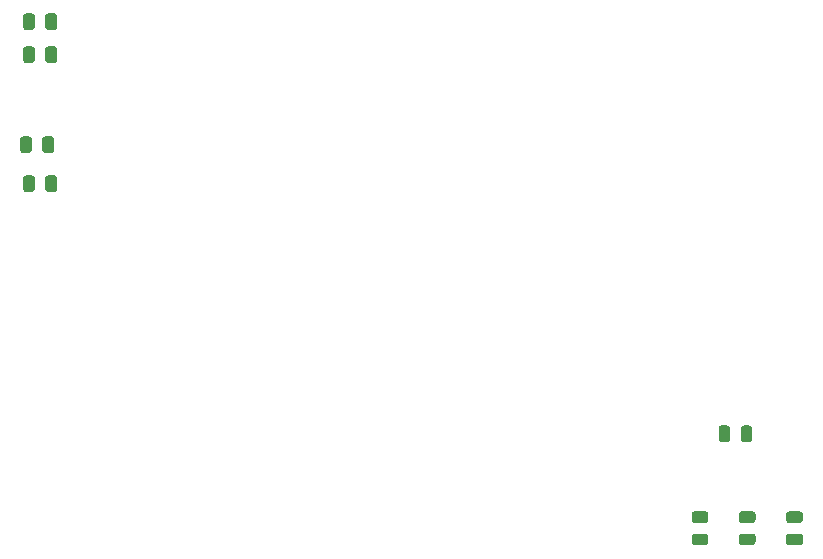
<source format=gbr>
G04 #@! TF.GenerationSoftware,KiCad,Pcbnew,5.1.5+dfsg1-2build2*
G04 #@! TF.CreationDate,2021-06-11T08:21:22+01:00*
G04 #@! TF.ProjectId,pak_breakout,70616b5f-6272-4656-916b-6f75742e6b69,rev?*
G04 #@! TF.SameCoordinates,Original*
G04 #@! TF.FileFunction,Paste,Bot*
G04 #@! TF.FilePolarity,Positive*
%FSLAX46Y46*%
G04 Gerber Fmt 4.6, Leading zero omitted, Abs format (unit mm)*
G04 Created by KiCad (PCBNEW 5.1.5+dfsg1-2build2) date 2021-06-11 08:21:22*
%MOMM*%
%LPD*%
G04 APERTURE LIST*
%ADD10C,0.100000*%
G04 APERTURE END LIST*
D10*
G36*
X340452142Y-228409174D02*
G01*
X340475803Y-228412684D01*
X340499007Y-228418496D01*
X340521529Y-228426554D01*
X340543153Y-228436782D01*
X340563670Y-228449079D01*
X340582883Y-228463329D01*
X340600607Y-228479393D01*
X340616671Y-228497117D01*
X340630921Y-228516330D01*
X340643218Y-228536847D01*
X340653446Y-228558471D01*
X340661504Y-228580993D01*
X340667316Y-228604197D01*
X340670826Y-228627858D01*
X340672000Y-228651750D01*
X340672000Y-229564250D01*
X340670826Y-229588142D01*
X340667316Y-229611803D01*
X340661504Y-229635007D01*
X340653446Y-229657529D01*
X340643218Y-229679153D01*
X340630921Y-229699670D01*
X340616671Y-229718883D01*
X340600607Y-229736607D01*
X340582883Y-229752671D01*
X340563670Y-229766921D01*
X340543153Y-229779218D01*
X340521529Y-229789446D01*
X340499007Y-229797504D01*
X340475803Y-229803316D01*
X340452142Y-229806826D01*
X340428250Y-229808000D01*
X339940750Y-229808000D01*
X339916858Y-229806826D01*
X339893197Y-229803316D01*
X339869993Y-229797504D01*
X339847471Y-229789446D01*
X339825847Y-229779218D01*
X339805330Y-229766921D01*
X339786117Y-229752671D01*
X339768393Y-229736607D01*
X339752329Y-229718883D01*
X339738079Y-229699670D01*
X339725782Y-229679153D01*
X339715554Y-229657529D01*
X339707496Y-229635007D01*
X339701684Y-229611803D01*
X339698174Y-229588142D01*
X339697000Y-229564250D01*
X339697000Y-228651750D01*
X339698174Y-228627858D01*
X339701684Y-228604197D01*
X339707496Y-228580993D01*
X339715554Y-228558471D01*
X339725782Y-228536847D01*
X339738079Y-228516330D01*
X339752329Y-228497117D01*
X339768393Y-228479393D01*
X339786117Y-228463329D01*
X339805330Y-228449079D01*
X339825847Y-228436782D01*
X339847471Y-228426554D01*
X339869993Y-228418496D01*
X339893197Y-228412684D01*
X339916858Y-228409174D01*
X339940750Y-228408000D01*
X340428250Y-228408000D01*
X340452142Y-228409174D01*
G37*
G36*
X342327142Y-228409174D02*
G01*
X342350803Y-228412684D01*
X342374007Y-228418496D01*
X342396529Y-228426554D01*
X342418153Y-228436782D01*
X342438670Y-228449079D01*
X342457883Y-228463329D01*
X342475607Y-228479393D01*
X342491671Y-228497117D01*
X342505921Y-228516330D01*
X342518218Y-228536847D01*
X342528446Y-228558471D01*
X342536504Y-228580993D01*
X342542316Y-228604197D01*
X342545826Y-228627858D01*
X342547000Y-228651750D01*
X342547000Y-229564250D01*
X342545826Y-229588142D01*
X342542316Y-229611803D01*
X342536504Y-229635007D01*
X342528446Y-229657529D01*
X342518218Y-229679153D01*
X342505921Y-229699670D01*
X342491671Y-229718883D01*
X342475607Y-229736607D01*
X342457883Y-229752671D01*
X342438670Y-229766921D01*
X342418153Y-229779218D01*
X342396529Y-229789446D01*
X342374007Y-229797504D01*
X342350803Y-229803316D01*
X342327142Y-229806826D01*
X342303250Y-229808000D01*
X341815750Y-229808000D01*
X341791858Y-229806826D01*
X341768197Y-229803316D01*
X341744993Y-229797504D01*
X341722471Y-229789446D01*
X341700847Y-229779218D01*
X341680330Y-229766921D01*
X341661117Y-229752671D01*
X341643393Y-229736607D01*
X341627329Y-229718883D01*
X341613079Y-229699670D01*
X341600782Y-229679153D01*
X341590554Y-229657529D01*
X341582496Y-229635007D01*
X341576684Y-229611803D01*
X341573174Y-229588142D01*
X341572000Y-229564250D01*
X341572000Y-228651750D01*
X341573174Y-228627858D01*
X341576684Y-228604197D01*
X341582496Y-228580993D01*
X341590554Y-228558471D01*
X341600782Y-228536847D01*
X341613079Y-228516330D01*
X341627329Y-228497117D01*
X341643393Y-228479393D01*
X341661117Y-228463329D01*
X341680330Y-228449079D01*
X341700847Y-228436782D01*
X341722471Y-228426554D01*
X341744993Y-228418496D01*
X341768197Y-228412684D01*
X341791858Y-228409174D01*
X341815750Y-228408000D01*
X342303250Y-228408000D01*
X342327142Y-228409174D01*
G37*
G36*
X340198142Y-238823174D02*
G01*
X340221803Y-238826684D01*
X340245007Y-238832496D01*
X340267529Y-238840554D01*
X340289153Y-238850782D01*
X340309670Y-238863079D01*
X340328883Y-238877329D01*
X340346607Y-238893393D01*
X340362671Y-238911117D01*
X340376921Y-238930330D01*
X340389218Y-238950847D01*
X340399446Y-238972471D01*
X340407504Y-238994993D01*
X340413316Y-239018197D01*
X340416826Y-239041858D01*
X340418000Y-239065750D01*
X340418000Y-239978250D01*
X340416826Y-240002142D01*
X340413316Y-240025803D01*
X340407504Y-240049007D01*
X340399446Y-240071529D01*
X340389218Y-240093153D01*
X340376921Y-240113670D01*
X340362671Y-240132883D01*
X340346607Y-240150607D01*
X340328883Y-240166671D01*
X340309670Y-240180921D01*
X340289153Y-240193218D01*
X340267529Y-240203446D01*
X340245007Y-240211504D01*
X340221803Y-240217316D01*
X340198142Y-240220826D01*
X340174250Y-240222000D01*
X339686750Y-240222000D01*
X339662858Y-240220826D01*
X339639197Y-240217316D01*
X339615993Y-240211504D01*
X339593471Y-240203446D01*
X339571847Y-240193218D01*
X339551330Y-240180921D01*
X339532117Y-240166671D01*
X339514393Y-240150607D01*
X339498329Y-240132883D01*
X339484079Y-240113670D01*
X339471782Y-240093153D01*
X339461554Y-240071529D01*
X339453496Y-240049007D01*
X339447684Y-240025803D01*
X339444174Y-240002142D01*
X339443000Y-239978250D01*
X339443000Y-239065750D01*
X339444174Y-239041858D01*
X339447684Y-239018197D01*
X339453496Y-238994993D01*
X339461554Y-238972471D01*
X339471782Y-238950847D01*
X339484079Y-238930330D01*
X339498329Y-238911117D01*
X339514393Y-238893393D01*
X339532117Y-238877329D01*
X339551330Y-238863079D01*
X339571847Y-238850782D01*
X339593471Y-238840554D01*
X339615993Y-238832496D01*
X339639197Y-238826684D01*
X339662858Y-238823174D01*
X339686750Y-238822000D01*
X340174250Y-238822000D01*
X340198142Y-238823174D01*
G37*
G36*
X342073142Y-238823174D02*
G01*
X342096803Y-238826684D01*
X342120007Y-238832496D01*
X342142529Y-238840554D01*
X342164153Y-238850782D01*
X342184670Y-238863079D01*
X342203883Y-238877329D01*
X342221607Y-238893393D01*
X342237671Y-238911117D01*
X342251921Y-238930330D01*
X342264218Y-238950847D01*
X342274446Y-238972471D01*
X342282504Y-238994993D01*
X342288316Y-239018197D01*
X342291826Y-239041858D01*
X342293000Y-239065750D01*
X342293000Y-239978250D01*
X342291826Y-240002142D01*
X342288316Y-240025803D01*
X342282504Y-240049007D01*
X342274446Y-240071529D01*
X342264218Y-240093153D01*
X342251921Y-240113670D01*
X342237671Y-240132883D01*
X342221607Y-240150607D01*
X342203883Y-240166671D01*
X342184670Y-240180921D01*
X342164153Y-240193218D01*
X342142529Y-240203446D01*
X342120007Y-240211504D01*
X342096803Y-240217316D01*
X342073142Y-240220826D01*
X342049250Y-240222000D01*
X341561750Y-240222000D01*
X341537858Y-240220826D01*
X341514197Y-240217316D01*
X341490993Y-240211504D01*
X341468471Y-240203446D01*
X341446847Y-240193218D01*
X341426330Y-240180921D01*
X341407117Y-240166671D01*
X341389393Y-240150607D01*
X341373329Y-240132883D01*
X341359079Y-240113670D01*
X341346782Y-240093153D01*
X341336554Y-240071529D01*
X341328496Y-240049007D01*
X341322684Y-240025803D01*
X341319174Y-240002142D01*
X341318000Y-239978250D01*
X341318000Y-239065750D01*
X341319174Y-239041858D01*
X341322684Y-239018197D01*
X341328496Y-238994993D01*
X341336554Y-238972471D01*
X341346782Y-238950847D01*
X341359079Y-238930330D01*
X341373329Y-238911117D01*
X341389393Y-238893393D01*
X341407117Y-238877329D01*
X341426330Y-238863079D01*
X341446847Y-238850782D01*
X341468471Y-238840554D01*
X341490993Y-238832496D01*
X341514197Y-238826684D01*
X341537858Y-238823174D01*
X341561750Y-238822000D01*
X342049250Y-238822000D01*
X342073142Y-238823174D01*
G37*
G36*
X340452142Y-242125174D02*
G01*
X340475803Y-242128684D01*
X340499007Y-242134496D01*
X340521529Y-242142554D01*
X340543153Y-242152782D01*
X340563670Y-242165079D01*
X340582883Y-242179329D01*
X340600607Y-242195393D01*
X340616671Y-242213117D01*
X340630921Y-242232330D01*
X340643218Y-242252847D01*
X340653446Y-242274471D01*
X340661504Y-242296993D01*
X340667316Y-242320197D01*
X340670826Y-242343858D01*
X340672000Y-242367750D01*
X340672000Y-243280250D01*
X340670826Y-243304142D01*
X340667316Y-243327803D01*
X340661504Y-243351007D01*
X340653446Y-243373529D01*
X340643218Y-243395153D01*
X340630921Y-243415670D01*
X340616671Y-243434883D01*
X340600607Y-243452607D01*
X340582883Y-243468671D01*
X340563670Y-243482921D01*
X340543153Y-243495218D01*
X340521529Y-243505446D01*
X340499007Y-243513504D01*
X340475803Y-243519316D01*
X340452142Y-243522826D01*
X340428250Y-243524000D01*
X339940750Y-243524000D01*
X339916858Y-243522826D01*
X339893197Y-243519316D01*
X339869993Y-243513504D01*
X339847471Y-243505446D01*
X339825847Y-243495218D01*
X339805330Y-243482921D01*
X339786117Y-243468671D01*
X339768393Y-243452607D01*
X339752329Y-243434883D01*
X339738079Y-243415670D01*
X339725782Y-243395153D01*
X339715554Y-243373529D01*
X339707496Y-243351007D01*
X339701684Y-243327803D01*
X339698174Y-243304142D01*
X339697000Y-243280250D01*
X339697000Y-242367750D01*
X339698174Y-242343858D01*
X339701684Y-242320197D01*
X339707496Y-242296993D01*
X339715554Y-242274471D01*
X339725782Y-242252847D01*
X339738079Y-242232330D01*
X339752329Y-242213117D01*
X339768393Y-242195393D01*
X339786117Y-242179329D01*
X339805330Y-242165079D01*
X339825847Y-242152782D01*
X339847471Y-242142554D01*
X339869993Y-242134496D01*
X339893197Y-242128684D01*
X339916858Y-242125174D01*
X339940750Y-242124000D01*
X340428250Y-242124000D01*
X340452142Y-242125174D01*
G37*
G36*
X342327142Y-242125174D02*
G01*
X342350803Y-242128684D01*
X342374007Y-242134496D01*
X342396529Y-242142554D01*
X342418153Y-242152782D01*
X342438670Y-242165079D01*
X342457883Y-242179329D01*
X342475607Y-242195393D01*
X342491671Y-242213117D01*
X342505921Y-242232330D01*
X342518218Y-242252847D01*
X342528446Y-242274471D01*
X342536504Y-242296993D01*
X342542316Y-242320197D01*
X342545826Y-242343858D01*
X342547000Y-242367750D01*
X342547000Y-243280250D01*
X342545826Y-243304142D01*
X342542316Y-243327803D01*
X342536504Y-243351007D01*
X342528446Y-243373529D01*
X342518218Y-243395153D01*
X342505921Y-243415670D01*
X342491671Y-243434883D01*
X342475607Y-243452607D01*
X342457883Y-243468671D01*
X342438670Y-243482921D01*
X342418153Y-243495218D01*
X342396529Y-243505446D01*
X342374007Y-243513504D01*
X342350803Y-243519316D01*
X342327142Y-243522826D01*
X342303250Y-243524000D01*
X341815750Y-243524000D01*
X341791858Y-243522826D01*
X341768197Y-243519316D01*
X341744993Y-243513504D01*
X341722471Y-243505446D01*
X341700847Y-243495218D01*
X341680330Y-243482921D01*
X341661117Y-243468671D01*
X341643393Y-243452607D01*
X341627329Y-243434883D01*
X341613079Y-243415670D01*
X341600782Y-243395153D01*
X341590554Y-243373529D01*
X341582496Y-243351007D01*
X341576684Y-243327803D01*
X341573174Y-243304142D01*
X341572000Y-243280250D01*
X341572000Y-242367750D01*
X341573174Y-242343858D01*
X341576684Y-242320197D01*
X341582496Y-242296993D01*
X341590554Y-242274471D01*
X341600782Y-242252847D01*
X341613079Y-242232330D01*
X341627329Y-242213117D01*
X341643393Y-242195393D01*
X341661117Y-242179329D01*
X341680330Y-242165079D01*
X341700847Y-242152782D01*
X341722471Y-242142554D01*
X341744993Y-242134496D01*
X341768197Y-242128684D01*
X341791858Y-242125174D01*
X341815750Y-242124000D01*
X342303250Y-242124000D01*
X342327142Y-242125174D01*
G37*
G36*
X340452142Y-231203174D02*
G01*
X340475803Y-231206684D01*
X340499007Y-231212496D01*
X340521529Y-231220554D01*
X340543153Y-231230782D01*
X340563670Y-231243079D01*
X340582883Y-231257329D01*
X340600607Y-231273393D01*
X340616671Y-231291117D01*
X340630921Y-231310330D01*
X340643218Y-231330847D01*
X340653446Y-231352471D01*
X340661504Y-231374993D01*
X340667316Y-231398197D01*
X340670826Y-231421858D01*
X340672000Y-231445750D01*
X340672000Y-232358250D01*
X340670826Y-232382142D01*
X340667316Y-232405803D01*
X340661504Y-232429007D01*
X340653446Y-232451529D01*
X340643218Y-232473153D01*
X340630921Y-232493670D01*
X340616671Y-232512883D01*
X340600607Y-232530607D01*
X340582883Y-232546671D01*
X340563670Y-232560921D01*
X340543153Y-232573218D01*
X340521529Y-232583446D01*
X340499007Y-232591504D01*
X340475803Y-232597316D01*
X340452142Y-232600826D01*
X340428250Y-232602000D01*
X339940750Y-232602000D01*
X339916858Y-232600826D01*
X339893197Y-232597316D01*
X339869993Y-232591504D01*
X339847471Y-232583446D01*
X339825847Y-232573218D01*
X339805330Y-232560921D01*
X339786117Y-232546671D01*
X339768393Y-232530607D01*
X339752329Y-232512883D01*
X339738079Y-232493670D01*
X339725782Y-232473153D01*
X339715554Y-232451529D01*
X339707496Y-232429007D01*
X339701684Y-232405803D01*
X339698174Y-232382142D01*
X339697000Y-232358250D01*
X339697000Y-231445750D01*
X339698174Y-231421858D01*
X339701684Y-231398197D01*
X339707496Y-231374993D01*
X339715554Y-231352471D01*
X339725782Y-231330847D01*
X339738079Y-231310330D01*
X339752329Y-231291117D01*
X339768393Y-231273393D01*
X339786117Y-231257329D01*
X339805330Y-231243079D01*
X339825847Y-231230782D01*
X339847471Y-231220554D01*
X339869993Y-231212496D01*
X339893197Y-231206684D01*
X339916858Y-231203174D01*
X339940750Y-231202000D01*
X340428250Y-231202000D01*
X340452142Y-231203174D01*
G37*
G36*
X342327142Y-231203174D02*
G01*
X342350803Y-231206684D01*
X342374007Y-231212496D01*
X342396529Y-231220554D01*
X342418153Y-231230782D01*
X342438670Y-231243079D01*
X342457883Y-231257329D01*
X342475607Y-231273393D01*
X342491671Y-231291117D01*
X342505921Y-231310330D01*
X342518218Y-231330847D01*
X342528446Y-231352471D01*
X342536504Y-231374993D01*
X342542316Y-231398197D01*
X342545826Y-231421858D01*
X342547000Y-231445750D01*
X342547000Y-232358250D01*
X342545826Y-232382142D01*
X342542316Y-232405803D01*
X342536504Y-232429007D01*
X342528446Y-232451529D01*
X342518218Y-232473153D01*
X342505921Y-232493670D01*
X342491671Y-232512883D01*
X342475607Y-232530607D01*
X342457883Y-232546671D01*
X342438670Y-232560921D01*
X342418153Y-232573218D01*
X342396529Y-232583446D01*
X342374007Y-232591504D01*
X342350803Y-232597316D01*
X342327142Y-232600826D01*
X342303250Y-232602000D01*
X341815750Y-232602000D01*
X341791858Y-232600826D01*
X341768197Y-232597316D01*
X341744993Y-232591504D01*
X341722471Y-232583446D01*
X341700847Y-232573218D01*
X341680330Y-232560921D01*
X341661117Y-232546671D01*
X341643393Y-232530607D01*
X341627329Y-232512883D01*
X341613079Y-232493670D01*
X341600782Y-232473153D01*
X341590554Y-232451529D01*
X341582496Y-232429007D01*
X341576684Y-232405803D01*
X341573174Y-232382142D01*
X341572000Y-232358250D01*
X341572000Y-231445750D01*
X341573174Y-231421858D01*
X341576684Y-231398197D01*
X341582496Y-231374993D01*
X341590554Y-231352471D01*
X341600782Y-231330847D01*
X341613079Y-231310330D01*
X341627329Y-231291117D01*
X341643393Y-231273393D01*
X341661117Y-231257329D01*
X341680330Y-231243079D01*
X341700847Y-231230782D01*
X341722471Y-231220554D01*
X341744993Y-231212496D01*
X341768197Y-231206684D01*
X341791858Y-231203174D01*
X341815750Y-231202000D01*
X342303250Y-231202000D01*
X342327142Y-231203174D01*
G37*
G36*
X401480142Y-272451174D02*
G01*
X401503803Y-272454684D01*
X401527007Y-272460496D01*
X401549529Y-272468554D01*
X401571153Y-272478782D01*
X401591670Y-272491079D01*
X401610883Y-272505329D01*
X401628607Y-272521393D01*
X401644671Y-272539117D01*
X401658921Y-272558330D01*
X401671218Y-272578847D01*
X401681446Y-272600471D01*
X401689504Y-272622993D01*
X401695316Y-272646197D01*
X401698826Y-272669858D01*
X401700000Y-272693750D01*
X401700000Y-273181250D01*
X401698826Y-273205142D01*
X401695316Y-273228803D01*
X401689504Y-273252007D01*
X401681446Y-273274529D01*
X401671218Y-273296153D01*
X401658921Y-273316670D01*
X401644671Y-273335883D01*
X401628607Y-273353607D01*
X401610883Y-273369671D01*
X401591670Y-273383921D01*
X401571153Y-273396218D01*
X401549529Y-273406446D01*
X401527007Y-273414504D01*
X401503803Y-273420316D01*
X401480142Y-273423826D01*
X401456250Y-273425000D01*
X400543750Y-273425000D01*
X400519858Y-273423826D01*
X400496197Y-273420316D01*
X400472993Y-273414504D01*
X400450471Y-273406446D01*
X400428847Y-273396218D01*
X400408330Y-273383921D01*
X400389117Y-273369671D01*
X400371393Y-273353607D01*
X400355329Y-273335883D01*
X400341079Y-273316670D01*
X400328782Y-273296153D01*
X400318554Y-273274529D01*
X400310496Y-273252007D01*
X400304684Y-273228803D01*
X400301174Y-273205142D01*
X400300000Y-273181250D01*
X400300000Y-272693750D01*
X400301174Y-272669858D01*
X400304684Y-272646197D01*
X400310496Y-272622993D01*
X400318554Y-272600471D01*
X400328782Y-272578847D01*
X400341079Y-272558330D01*
X400355329Y-272539117D01*
X400371393Y-272521393D01*
X400389117Y-272505329D01*
X400408330Y-272491079D01*
X400428847Y-272478782D01*
X400450471Y-272468554D01*
X400472993Y-272460496D01*
X400496197Y-272454684D01*
X400519858Y-272451174D01*
X400543750Y-272450000D01*
X401456250Y-272450000D01*
X401480142Y-272451174D01*
G37*
G36*
X401480142Y-270576174D02*
G01*
X401503803Y-270579684D01*
X401527007Y-270585496D01*
X401549529Y-270593554D01*
X401571153Y-270603782D01*
X401591670Y-270616079D01*
X401610883Y-270630329D01*
X401628607Y-270646393D01*
X401644671Y-270664117D01*
X401658921Y-270683330D01*
X401671218Y-270703847D01*
X401681446Y-270725471D01*
X401689504Y-270747993D01*
X401695316Y-270771197D01*
X401698826Y-270794858D01*
X401700000Y-270818750D01*
X401700000Y-271306250D01*
X401698826Y-271330142D01*
X401695316Y-271353803D01*
X401689504Y-271377007D01*
X401681446Y-271399529D01*
X401671218Y-271421153D01*
X401658921Y-271441670D01*
X401644671Y-271460883D01*
X401628607Y-271478607D01*
X401610883Y-271494671D01*
X401591670Y-271508921D01*
X401571153Y-271521218D01*
X401549529Y-271531446D01*
X401527007Y-271539504D01*
X401503803Y-271545316D01*
X401480142Y-271548826D01*
X401456250Y-271550000D01*
X400543750Y-271550000D01*
X400519858Y-271548826D01*
X400496197Y-271545316D01*
X400472993Y-271539504D01*
X400450471Y-271531446D01*
X400428847Y-271521218D01*
X400408330Y-271508921D01*
X400389117Y-271494671D01*
X400371393Y-271478607D01*
X400355329Y-271460883D01*
X400341079Y-271441670D01*
X400328782Y-271421153D01*
X400318554Y-271399529D01*
X400310496Y-271377007D01*
X400304684Y-271353803D01*
X400301174Y-271330142D01*
X400300000Y-271306250D01*
X400300000Y-270818750D01*
X400301174Y-270794858D01*
X400304684Y-270771197D01*
X400310496Y-270747993D01*
X400318554Y-270725471D01*
X400328782Y-270703847D01*
X400341079Y-270683330D01*
X400355329Y-270664117D01*
X400371393Y-270646393D01*
X400389117Y-270630329D01*
X400408330Y-270616079D01*
X400428847Y-270603782D01*
X400450471Y-270593554D01*
X400472993Y-270585496D01*
X400496197Y-270579684D01*
X400519858Y-270576174D01*
X400543750Y-270575000D01*
X401456250Y-270575000D01*
X401480142Y-270576174D01*
G37*
G36*
X397480142Y-270576174D02*
G01*
X397503803Y-270579684D01*
X397527007Y-270585496D01*
X397549529Y-270593554D01*
X397571153Y-270603782D01*
X397591670Y-270616079D01*
X397610883Y-270630329D01*
X397628607Y-270646393D01*
X397644671Y-270664117D01*
X397658921Y-270683330D01*
X397671218Y-270703847D01*
X397681446Y-270725471D01*
X397689504Y-270747993D01*
X397695316Y-270771197D01*
X397698826Y-270794858D01*
X397700000Y-270818750D01*
X397700000Y-271306250D01*
X397698826Y-271330142D01*
X397695316Y-271353803D01*
X397689504Y-271377007D01*
X397681446Y-271399529D01*
X397671218Y-271421153D01*
X397658921Y-271441670D01*
X397644671Y-271460883D01*
X397628607Y-271478607D01*
X397610883Y-271494671D01*
X397591670Y-271508921D01*
X397571153Y-271521218D01*
X397549529Y-271531446D01*
X397527007Y-271539504D01*
X397503803Y-271545316D01*
X397480142Y-271548826D01*
X397456250Y-271550000D01*
X396543750Y-271550000D01*
X396519858Y-271548826D01*
X396496197Y-271545316D01*
X396472993Y-271539504D01*
X396450471Y-271531446D01*
X396428847Y-271521218D01*
X396408330Y-271508921D01*
X396389117Y-271494671D01*
X396371393Y-271478607D01*
X396355329Y-271460883D01*
X396341079Y-271441670D01*
X396328782Y-271421153D01*
X396318554Y-271399529D01*
X396310496Y-271377007D01*
X396304684Y-271353803D01*
X396301174Y-271330142D01*
X396300000Y-271306250D01*
X396300000Y-270818750D01*
X396301174Y-270794858D01*
X396304684Y-270771197D01*
X396310496Y-270747993D01*
X396318554Y-270725471D01*
X396328782Y-270703847D01*
X396341079Y-270683330D01*
X396355329Y-270664117D01*
X396371393Y-270646393D01*
X396389117Y-270630329D01*
X396408330Y-270616079D01*
X396428847Y-270603782D01*
X396450471Y-270593554D01*
X396472993Y-270585496D01*
X396496197Y-270579684D01*
X396519858Y-270576174D01*
X396543750Y-270575000D01*
X397456250Y-270575000D01*
X397480142Y-270576174D01*
G37*
G36*
X397480142Y-272451174D02*
G01*
X397503803Y-272454684D01*
X397527007Y-272460496D01*
X397549529Y-272468554D01*
X397571153Y-272478782D01*
X397591670Y-272491079D01*
X397610883Y-272505329D01*
X397628607Y-272521393D01*
X397644671Y-272539117D01*
X397658921Y-272558330D01*
X397671218Y-272578847D01*
X397681446Y-272600471D01*
X397689504Y-272622993D01*
X397695316Y-272646197D01*
X397698826Y-272669858D01*
X397700000Y-272693750D01*
X397700000Y-273181250D01*
X397698826Y-273205142D01*
X397695316Y-273228803D01*
X397689504Y-273252007D01*
X397681446Y-273274529D01*
X397671218Y-273296153D01*
X397658921Y-273316670D01*
X397644671Y-273335883D01*
X397628607Y-273353607D01*
X397610883Y-273369671D01*
X397591670Y-273383921D01*
X397571153Y-273396218D01*
X397549529Y-273406446D01*
X397527007Y-273414504D01*
X397503803Y-273420316D01*
X397480142Y-273423826D01*
X397456250Y-273425000D01*
X396543750Y-273425000D01*
X396519858Y-273423826D01*
X396496197Y-273420316D01*
X396472993Y-273414504D01*
X396450471Y-273406446D01*
X396428847Y-273396218D01*
X396408330Y-273383921D01*
X396389117Y-273369671D01*
X396371393Y-273353607D01*
X396355329Y-273335883D01*
X396341079Y-273316670D01*
X396328782Y-273296153D01*
X396318554Y-273274529D01*
X396310496Y-273252007D01*
X396304684Y-273228803D01*
X396301174Y-273205142D01*
X396300000Y-273181250D01*
X396300000Y-272693750D01*
X396301174Y-272669858D01*
X396304684Y-272646197D01*
X396310496Y-272622993D01*
X396318554Y-272600471D01*
X396328782Y-272578847D01*
X396341079Y-272558330D01*
X396355329Y-272539117D01*
X396371393Y-272521393D01*
X396389117Y-272505329D01*
X396408330Y-272491079D01*
X396428847Y-272478782D01*
X396450471Y-272468554D01*
X396472993Y-272460496D01*
X396496197Y-272454684D01*
X396519858Y-272451174D01*
X396543750Y-272450000D01*
X397456250Y-272450000D01*
X397480142Y-272451174D01*
G37*
G36*
X405480142Y-270576174D02*
G01*
X405503803Y-270579684D01*
X405527007Y-270585496D01*
X405549529Y-270593554D01*
X405571153Y-270603782D01*
X405591670Y-270616079D01*
X405610883Y-270630329D01*
X405628607Y-270646393D01*
X405644671Y-270664117D01*
X405658921Y-270683330D01*
X405671218Y-270703847D01*
X405681446Y-270725471D01*
X405689504Y-270747993D01*
X405695316Y-270771197D01*
X405698826Y-270794858D01*
X405700000Y-270818750D01*
X405700000Y-271306250D01*
X405698826Y-271330142D01*
X405695316Y-271353803D01*
X405689504Y-271377007D01*
X405681446Y-271399529D01*
X405671218Y-271421153D01*
X405658921Y-271441670D01*
X405644671Y-271460883D01*
X405628607Y-271478607D01*
X405610883Y-271494671D01*
X405591670Y-271508921D01*
X405571153Y-271521218D01*
X405549529Y-271531446D01*
X405527007Y-271539504D01*
X405503803Y-271545316D01*
X405480142Y-271548826D01*
X405456250Y-271550000D01*
X404543750Y-271550000D01*
X404519858Y-271548826D01*
X404496197Y-271545316D01*
X404472993Y-271539504D01*
X404450471Y-271531446D01*
X404428847Y-271521218D01*
X404408330Y-271508921D01*
X404389117Y-271494671D01*
X404371393Y-271478607D01*
X404355329Y-271460883D01*
X404341079Y-271441670D01*
X404328782Y-271421153D01*
X404318554Y-271399529D01*
X404310496Y-271377007D01*
X404304684Y-271353803D01*
X404301174Y-271330142D01*
X404300000Y-271306250D01*
X404300000Y-270818750D01*
X404301174Y-270794858D01*
X404304684Y-270771197D01*
X404310496Y-270747993D01*
X404318554Y-270725471D01*
X404328782Y-270703847D01*
X404341079Y-270683330D01*
X404355329Y-270664117D01*
X404371393Y-270646393D01*
X404389117Y-270630329D01*
X404408330Y-270616079D01*
X404428847Y-270603782D01*
X404450471Y-270593554D01*
X404472993Y-270585496D01*
X404496197Y-270579684D01*
X404519858Y-270576174D01*
X404543750Y-270575000D01*
X405456250Y-270575000D01*
X405480142Y-270576174D01*
G37*
G36*
X405480142Y-272451174D02*
G01*
X405503803Y-272454684D01*
X405527007Y-272460496D01*
X405549529Y-272468554D01*
X405571153Y-272478782D01*
X405591670Y-272491079D01*
X405610883Y-272505329D01*
X405628607Y-272521393D01*
X405644671Y-272539117D01*
X405658921Y-272558330D01*
X405671218Y-272578847D01*
X405681446Y-272600471D01*
X405689504Y-272622993D01*
X405695316Y-272646197D01*
X405698826Y-272669858D01*
X405700000Y-272693750D01*
X405700000Y-273181250D01*
X405698826Y-273205142D01*
X405695316Y-273228803D01*
X405689504Y-273252007D01*
X405681446Y-273274529D01*
X405671218Y-273296153D01*
X405658921Y-273316670D01*
X405644671Y-273335883D01*
X405628607Y-273353607D01*
X405610883Y-273369671D01*
X405591670Y-273383921D01*
X405571153Y-273396218D01*
X405549529Y-273406446D01*
X405527007Y-273414504D01*
X405503803Y-273420316D01*
X405480142Y-273423826D01*
X405456250Y-273425000D01*
X404543750Y-273425000D01*
X404519858Y-273423826D01*
X404496197Y-273420316D01*
X404472993Y-273414504D01*
X404450471Y-273406446D01*
X404428847Y-273396218D01*
X404408330Y-273383921D01*
X404389117Y-273369671D01*
X404371393Y-273353607D01*
X404355329Y-273335883D01*
X404341079Y-273316670D01*
X404328782Y-273296153D01*
X404318554Y-273274529D01*
X404310496Y-273252007D01*
X404304684Y-273228803D01*
X404301174Y-273205142D01*
X404300000Y-273181250D01*
X404300000Y-272693750D01*
X404301174Y-272669858D01*
X404304684Y-272646197D01*
X404310496Y-272622993D01*
X404318554Y-272600471D01*
X404328782Y-272578847D01*
X404341079Y-272558330D01*
X404355329Y-272539117D01*
X404371393Y-272521393D01*
X404389117Y-272505329D01*
X404408330Y-272491079D01*
X404428847Y-272478782D01*
X404450471Y-272468554D01*
X404472993Y-272460496D01*
X404496197Y-272454684D01*
X404519858Y-272451174D01*
X404543750Y-272450000D01*
X405456250Y-272450000D01*
X405480142Y-272451174D01*
G37*
G36*
X399330142Y-263301174D02*
G01*
X399353803Y-263304684D01*
X399377007Y-263310496D01*
X399399529Y-263318554D01*
X399421153Y-263328782D01*
X399441670Y-263341079D01*
X399460883Y-263355329D01*
X399478607Y-263371393D01*
X399494671Y-263389117D01*
X399508921Y-263408330D01*
X399521218Y-263428847D01*
X399531446Y-263450471D01*
X399539504Y-263472993D01*
X399545316Y-263496197D01*
X399548826Y-263519858D01*
X399550000Y-263543750D01*
X399550000Y-264456250D01*
X399548826Y-264480142D01*
X399545316Y-264503803D01*
X399539504Y-264527007D01*
X399531446Y-264549529D01*
X399521218Y-264571153D01*
X399508921Y-264591670D01*
X399494671Y-264610883D01*
X399478607Y-264628607D01*
X399460883Y-264644671D01*
X399441670Y-264658921D01*
X399421153Y-264671218D01*
X399399529Y-264681446D01*
X399377007Y-264689504D01*
X399353803Y-264695316D01*
X399330142Y-264698826D01*
X399306250Y-264700000D01*
X398818750Y-264700000D01*
X398794858Y-264698826D01*
X398771197Y-264695316D01*
X398747993Y-264689504D01*
X398725471Y-264681446D01*
X398703847Y-264671218D01*
X398683330Y-264658921D01*
X398664117Y-264644671D01*
X398646393Y-264628607D01*
X398630329Y-264610883D01*
X398616079Y-264591670D01*
X398603782Y-264571153D01*
X398593554Y-264549529D01*
X398585496Y-264527007D01*
X398579684Y-264503803D01*
X398576174Y-264480142D01*
X398575000Y-264456250D01*
X398575000Y-263543750D01*
X398576174Y-263519858D01*
X398579684Y-263496197D01*
X398585496Y-263472993D01*
X398593554Y-263450471D01*
X398603782Y-263428847D01*
X398616079Y-263408330D01*
X398630329Y-263389117D01*
X398646393Y-263371393D01*
X398664117Y-263355329D01*
X398683330Y-263341079D01*
X398703847Y-263328782D01*
X398725471Y-263318554D01*
X398747993Y-263310496D01*
X398771197Y-263304684D01*
X398794858Y-263301174D01*
X398818750Y-263300000D01*
X399306250Y-263300000D01*
X399330142Y-263301174D01*
G37*
G36*
X401205142Y-263301174D02*
G01*
X401228803Y-263304684D01*
X401252007Y-263310496D01*
X401274529Y-263318554D01*
X401296153Y-263328782D01*
X401316670Y-263341079D01*
X401335883Y-263355329D01*
X401353607Y-263371393D01*
X401369671Y-263389117D01*
X401383921Y-263408330D01*
X401396218Y-263428847D01*
X401406446Y-263450471D01*
X401414504Y-263472993D01*
X401420316Y-263496197D01*
X401423826Y-263519858D01*
X401425000Y-263543750D01*
X401425000Y-264456250D01*
X401423826Y-264480142D01*
X401420316Y-264503803D01*
X401414504Y-264527007D01*
X401406446Y-264549529D01*
X401396218Y-264571153D01*
X401383921Y-264591670D01*
X401369671Y-264610883D01*
X401353607Y-264628607D01*
X401335883Y-264644671D01*
X401316670Y-264658921D01*
X401296153Y-264671218D01*
X401274529Y-264681446D01*
X401252007Y-264689504D01*
X401228803Y-264695316D01*
X401205142Y-264698826D01*
X401181250Y-264700000D01*
X400693750Y-264700000D01*
X400669858Y-264698826D01*
X400646197Y-264695316D01*
X400622993Y-264689504D01*
X400600471Y-264681446D01*
X400578847Y-264671218D01*
X400558330Y-264658921D01*
X400539117Y-264644671D01*
X400521393Y-264628607D01*
X400505329Y-264610883D01*
X400491079Y-264591670D01*
X400478782Y-264571153D01*
X400468554Y-264549529D01*
X400460496Y-264527007D01*
X400454684Y-264503803D01*
X400451174Y-264480142D01*
X400450000Y-264456250D01*
X400450000Y-263543750D01*
X400451174Y-263519858D01*
X400454684Y-263496197D01*
X400460496Y-263472993D01*
X400468554Y-263450471D01*
X400478782Y-263428847D01*
X400491079Y-263408330D01*
X400505329Y-263389117D01*
X400521393Y-263371393D01*
X400539117Y-263355329D01*
X400558330Y-263341079D01*
X400578847Y-263328782D01*
X400600471Y-263318554D01*
X400622993Y-263310496D01*
X400646197Y-263304684D01*
X400669858Y-263301174D01*
X400693750Y-263300000D01*
X401181250Y-263300000D01*
X401205142Y-263301174D01*
G37*
M02*

</source>
